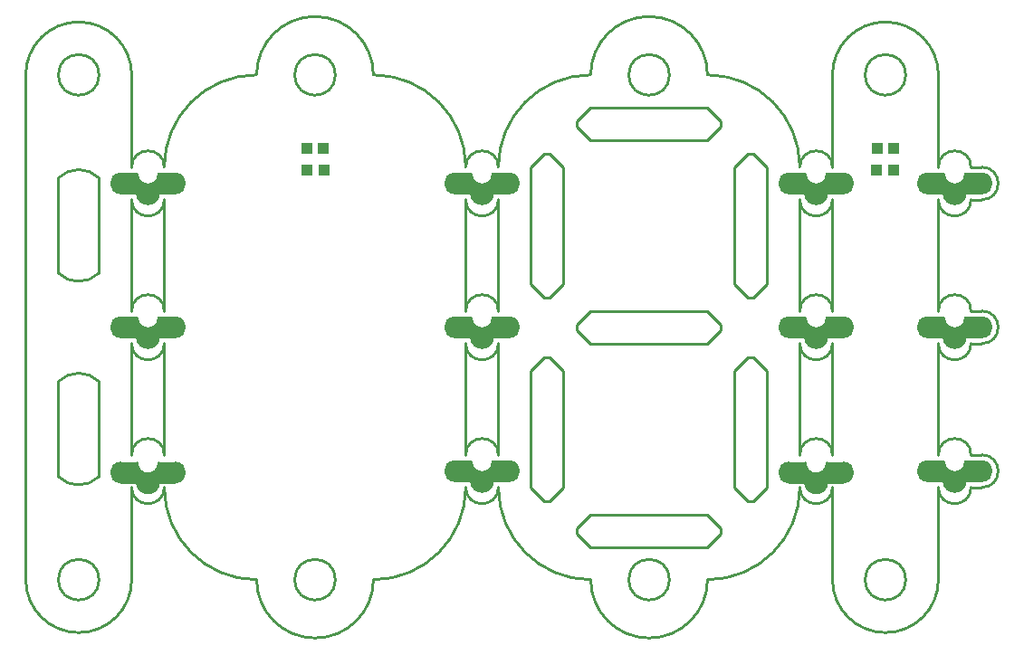
<source format=gbs>
G04*
G04 #@! TF.GenerationSoftware,Altium Limited,Altium Designer,20.2.6 (244)*
G04*
G04 Layer_Color=16711935*
%FSLAX25Y25*%
%MOIN*%
G70*
G04*
G04 #@! TF.SameCoordinates,EC59DE11-5F21-440E-92AE-D345A4C3AF16*
G04*
G04*
G04 #@! TF.FilePolarity,Negative*
G04*
G01*
G75*
%ADD10C,0.01000*%
%ADD17C,0.04800*%
%ADD27R,0.03950X0.03950*%
%ADD28R,0.03975X0.04202*%
G36*
X220000Y162000D02*
X220461D01*
X221351Y161761D01*
X222149Y161301D01*
X222801Y160649D01*
X223261Y159851D01*
X223500Y158961D01*
Y158039D01*
X223261Y157149D01*
X222801Y156351D01*
X222149Y155699D01*
X221351Y155238D01*
X220461Y155000D01*
X220000D01*
D01*
X214000D01*
Y154473D01*
X213727Y153456D01*
X213201Y152544D01*
X212456Y151799D01*
X211544Y151273D01*
X210527Y151000D01*
X209473D01*
X208456Y151273D01*
X207544Y151799D01*
X206799Y152544D01*
X206273Y153456D01*
X206000Y154473D01*
Y155000D01*
D01*
X200000D01*
X199539D01*
X198649Y155238D01*
X197851Y155699D01*
X197199Y156351D01*
X196739Y157149D01*
X196500Y158039D01*
Y158961D01*
X196739Y159851D01*
X197199Y160649D01*
X197851Y161301D01*
X198649Y161761D01*
X199539Y162000D01*
X200000D01*
D01*
X206000D01*
X206034Y161478D01*
X206305Y160469D01*
X206827Y159565D01*
X207565Y158827D01*
X208469Y158305D01*
X209478Y158034D01*
X210522D01*
X211531Y158305D01*
X212435Y158827D01*
X213173Y159565D01*
X213696Y160469D01*
X213966Y161478D01*
X214000Y162000D01*
D01*
X220000D01*
D02*
G37*
G36*
Y215500D02*
X220461D01*
X221351Y215262D01*
X222149Y214801D01*
X222801Y214149D01*
X223261Y213351D01*
X223500Y212461D01*
Y211539D01*
X223261Y210649D01*
X222801Y209851D01*
X222149Y209199D01*
X221351Y208738D01*
X220461Y208500D01*
X220000D01*
D01*
X214000D01*
Y207973D01*
X213727Y206956D01*
X213201Y206044D01*
X212456Y205299D01*
X211544Y204773D01*
X210527Y204500D01*
X209473D01*
X208456Y204773D01*
X207544Y205299D01*
X206799Y206044D01*
X206273Y206956D01*
X206000Y207973D01*
Y208500D01*
D01*
X200000D01*
X199539D01*
X198649Y208738D01*
X197851Y209199D01*
X197199Y209851D01*
X196739Y210649D01*
X196500Y211539D01*
Y212461D01*
X196739Y213351D01*
X197199Y214149D01*
X197851Y214801D01*
X198649Y215262D01*
X199539Y215500D01*
X200000D01*
D01*
X206000D01*
X206034Y214978D01*
X206305Y213969D01*
X206827Y213065D01*
X207565Y212327D01*
X208469Y211805D01*
X209478Y211534D01*
X210522D01*
X211531Y211805D01*
X212435Y212327D01*
X213173Y213065D01*
X213696Y213969D01*
X213966Y214978D01*
X214000Y215500D01*
D01*
X220000D01*
D02*
G37*
G36*
Y268500D02*
X220461D01*
X221351Y268262D01*
X222149Y267801D01*
X222801Y267149D01*
X223261Y266351D01*
X223500Y265461D01*
Y264539D01*
X223261Y263649D01*
X222801Y262851D01*
X222149Y262199D01*
X221351Y261738D01*
X220461Y261500D01*
X220000D01*
D01*
X214000D01*
Y260973D01*
X213727Y259956D01*
X213201Y259044D01*
X212456Y258299D01*
X211544Y257773D01*
X210527Y257500D01*
X209473D01*
X208456Y257773D01*
X207544Y258299D01*
X206799Y259044D01*
X206273Y259956D01*
X206000Y260973D01*
Y261500D01*
D01*
X200000D01*
X199539D01*
X198649Y261738D01*
X197851Y262199D01*
X197199Y262851D01*
X196739Y263649D01*
X196500Y264539D01*
Y265461D01*
X196739Y266351D01*
X197199Y267149D01*
X197851Y267801D01*
X198649Y268262D01*
X199539Y268500D01*
X200000D01*
D01*
X206000D01*
X206034Y267978D01*
X206305Y266969D01*
X206827Y266065D01*
X207565Y265327D01*
X208469Y264805D01*
X209478Y264534D01*
X210522D01*
X211531Y264805D01*
X212435Y265327D01*
X213173Y266065D01*
X213696Y266969D01*
X213966Y267978D01*
X214000Y268500D01*
D01*
X220000D01*
D02*
G37*
G36*
X343000Y162500D02*
X343461D01*
X344351Y162261D01*
X345149Y161801D01*
X345801Y161149D01*
X346262Y160351D01*
X346500Y159461D01*
Y158539D01*
X346262Y157649D01*
X345801Y156851D01*
X345149Y156199D01*
X344351Y155738D01*
X343461Y155500D01*
X343000D01*
D01*
X337000D01*
Y154973D01*
X336727Y153956D01*
X336201Y153044D01*
X335456Y152299D01*
X334544Y151773D01*
X333527Y151500D01*
X332473D01*
X331456Y151773D01*
X330544Y152299D01*
X329799Y153044D01*
X329273Y153956D01*
X329000Y154973D01*
Y155500D01*
D01*
X323000D01*
X322539D01*
X321649Y155738D01*
X320851Y156199D01*
X320199Y156851D01*
X319739Y157649D01*
X319500Y158539D01*
Y159461D01*
X319739Y160351D01*
X320199Y161149D01*
X320851Y161801D01*
X321649Y162261D01*
X322539Y162500D01*
X323000D01*
D01*
X329000D01*
X329034Y161978D01*
X329305Y160969D01*
X329827Y160065D01*
X330565Y159327D01*
X331469Y158805D01*
X332478Y158534D01*
X333522D01*
X334531Y158805D01*
X335435Y159327D01*
X336173Y160065D01*
X336696Y160969D01*
X336966Y161978D01*
X337000Y162500D01*
D01*
X343000D01*
D02*
G37*
G36*
Y215500D02*
X343461D01*
X344351Y215262D01*
X345149Y214801D01*
X345801Y214149D01*
X346262Y213351D01*
X346500Y212461D01*
Y211539D01*
X346262Y210649D01*
X345801Y209851D01*
X345149Y209199D01*
X344351Y208738D01*
X343461Y208500D01*
X343000D01*
D01*
X337000D01*
Y207973D01*
X336727Y206956D01*
X336201Y206044D01*
X335456Y205299D01*
X334544Y204773D01*
X333527Y204500D01*
X332473D01*
X331456Y204773D01*
X330544Y205299D01*
X329799Y206044D01*
X329273Y206956D01*
X329000Y207973D01*
Y208500D01*
D01*
X323000D01*
X322539D01*
X321649Y208738D01*
X320851Y209199D01*
X320199Y209851D01*
X319739Y210649D01*
X319500Y211539D01*
Y212461D01*
X319739Y213351D01*
X320199Y214149D01*
X320851Y214801D01*
X321649Y215262D01*
X322539Y215500D01*
X323000D01*
D01*
X329000D01*
X329034Y214978D01*
X329305Y213969D01*
X329827Y213065D01*
X330565Y212327D01*
X331469Y211805D01*
X332478Y211534D01*
X333522D01*
X334531Y211805D01*
X335435Y212327D01*
X336173Y213065D01*
X336696Y213969D01*
X336966Y214978D01*
X337000Y215500D01*
D01*
X343000D01*
D02*
G37*
G36*
Y268500D02*
X343461D01*
X344351Y268262D01*
X345149Y267801D01*
X345801Y267149D01*
X346262Y266351D01*
X346500Y265461D01*
Y264539D01*
X346262Y263649D01*
X345801Y262851D01*
X345149Y262199D01*
X344351Y261738D01*
X343461Y261500D01*
X343000D01*
D01*
X337000D01*
Y260973D01*
X336727Y259956D01*
X336201Y259044D01*
X335456Y258299D01*
X334544Y257773D01*
X333527Y257500D01*
X332473D01*
X331456Y257773D01*
X330544Y258299D01*
X329799Y259044D01*
X329273Y259956D01*
X329000Y260973D01*
Y261500D01*
D01*
X323000D01*
X322539D01*
X321649Y261738D01*
X320851Y262199D01*
X320199Y262851D01*
X319739Y263649D01*
X319500Y264539D01*
Y265461D01*
X319739Y266351D01*
X320199Y267149D01*
X320851Y267801D01*
X321649Y268262D01*
X322539Y268500D01*
X323000D01*
D01*
X329000D01*
X329034Y267978D01*
X329305Y266969D01*
X329827Y266065D01*
X330565Y265327D01*
X331469Y264805D01*
X332478Y264534D01*
X333522D01*
X334531Y264805D01*
X335435Y265327D01*
X336173Y266065D01*
X336696Y266969D01*
X336966Y267978D01*
X337000Y268500D01*
D01*
X343000D01*
D02*
G37*
G36*
X518351Y268262D02*
X519149Y267801D01*
X519801Y267149D01*
X520261Y266351D01*
X520500Y265461D01*
Y264539D01*
X520261Y263649D01*
X519801Y262851D01*
X519149Y262199D01*
X518351Y261738D01*
X517461Y261500D01*
X511000D01*
Y260973D01*
X510727Y259956D01*
X510201Y259044D01*
X509456Y258299D01*
X508544Y257773D01*
X507527Y257500D01*
X506473D01*
X505456Y257773D01*
X504544Y258299D01*
X503799Y259044D01*
X503273Y259956D01*
X503000Y260973D01*
Y261500D01*
X496539D01*
X495649Y261738D01*
X494851Y262199D01*
X494199Y262851D01*
X493739Y263649D01*
X493500Y264539D01*
Y265461D01*
X493739Y266351D01*
X494199Y267149D01*
X494851Y267801D01*
X495649Y268262D01*
X496539Y268500D01*
X503000D01*
X503034Y267978D01*
X503304Y266969D01*
X503827Y266065D01*
X504565Y265327D01*
X505469Y264805D01*
X506478Y264534D01*
X507522D01*
X508531Y264805D01*
X509435Y265327D01*
X510173Y266065D01*
X510696Y266969D01*
X510966Y267978D01*
X511000Y268500D01*
X517461D01*
X518351Y268262D01*
D02*
G37*
G36*
X467351D02*
X468149Y267801D01*
X468801Y267149D01*
X469262Y266351D01*
X469500Y265461D01*
Y264539D01*
X469262Y263649D01*
X468801Y262851D01*
X468149Y262199D01*
X467351Y261738D01*
X466461Y261500D01*
X460000D01*
Y260973D01*
X459727Y259956D01*
X459201Y259044D01*
X458456Y258299D01*
X457544Y257773D01*
X456527Y257500D01*
X455473D01*
X454456Y257773D01*
X453544Y258299D01*
X452799Y259044D01*
X452273Y259956D01*
X452000Y260973D01*
Y261500D01*
X445539D01*
X444649Y261738D01*
X443851Y262199D01*
X443199Y262851D01*
X442738Y263649D01*
X442500Y264539D01*
Y265461D01*
X442738Y266351D01*
X443199Y267149D01*
X443851Y267801D01*
X444649Y268262D01*
X445539Y268500D01*
X452000D01*
X452034Y267978D01*
X452305Y266969D01*
X452827Y266065D01*
X453565Y265327D01*
X454469Y264805D01*
X455478Y264534D01*
X456522D01*
X457531Y264805D01*
X458435Y265327D01*
X459173Y266065D01*
X459695Y266969D01*
X459966Y267978D01*
X460000Y268500D01*
X466461D01*
X467351Y268262D01*
D02*
G37*
G36*
X518351Y215262D02*
X519149Y214801D01*
X519801Y214149D01*
X520261Y213351D01*
X520500Y212461D01*
Y211539D01*
X520261Y210649D01*
X519801Y209851D01*
X519149Y209199D01*
X518351Y208738D01*
X517461Y208500D01*
X511000D01*
Y207973D01*
X510727Y206956D01*
X510201Y206044D01*
X509456Y205299D01*
X508544Y204773D01*
X507527Y204500D01*
X506473D01*
X505456Y204773D01*
X504544Y205299D01*
X503799Y206044D01*
X503273Y206956D01*
X503000Y207973D01*
Y208500D01*
X496539D01*
X495649Y208738D01*
X494851Y209199D01*
X494199Y209851D01*
X493739Y210649D01*
X493500Y211539D01*
Y212461D01*
X493739Y213351D01*
X494199Y214149D01*
X494851Y214801D01*
X495649Y215262D01*
X496539Y215500D01*
X503000D01*
X503034Y214978D01*
X503304Y213969D01*
X503827Y213065D01*
X504565Y212327D01*
X505469Y211805D01*
X506478Y211534D01*
X507522D01*
X508531Y211805D01*
X509435Y212327D01*
X510173Y213065D01*
X510696Y213969D01*
X510966Y214978D01*
X511000Y215500D01*
X517461D01*
X518351Y215262D01*
D02*
G37*
G36*
X467351D02*
X468149Y214801D01*
X468801Y214149D01*
X469262Y213351D01*
X469500Y212461D01*
Y211539D01*
X469262Y210649D01*
X468801Y209851D01*
X468149Y209199D01*
X467351Y208738D01*
X466461Y208500D01*
X460000D01*
Y207973D01*
X459727Y206956D01*
X459201Y206044D01*
X458456Y205299D01*
X457544Y204773D01*
X456527Y204500D01*
X455473D01*
X454456Y204773D01*
X453544Y205299D01*
X452799Y206044D01*
X452273Y206956D01*
X452000Y207973D01*
Y208500D01*
X445539D01*
X444649Y208738D01*
X443851Y209199D01*
X443199Y209851D01*
X442738Y210649D01*
X442500Y211539D01*
Y212461D01*
X442738Y213351D01*
X443199Y214149D01*
X443851Y214801D01*
X444649Y215262D01*
X445539Y215500D01*
X452000D01*
X452034Y214978D01*
X452305Y213969D01*
X452827Y213065D01*
X453565Y212327D01*
X454469Y211805D01*
X455478Y211534D01*
X456522D01*
X457531Y211805D01*
X458435Y212327D01*
X459173Y213065D01*
X459695Y213969D01*
X459966Y214978D01*
X460000Y215500D01*
X466461D01*
X467351Y215262D01*
D02*
G37*
G36*
X518351Y162261D02*
X519149Y161801D01*
X519801Y161149D01*
X520261Y160351D01*
X520500Y159461D01*
Y158539D01*
X520261Y157649D01*
X519801Y156851D01*
X519149Y156199D01*
X518351Y155738D01*
X517461Y155500D01*
X511000D01*
Y154973D01*
X510727Y153956D01*
X510201Y153044D01*
X509456Y152299D01*
X508544Y151773D01*
X507527Y151500D01*
X506473D01*
X505456Y151773D01*
X504544Y152299D01*
X503799Y153044D01*
X503273Y153956D01*
X503000Y154973D01*
Y155500D01*
X496539D01*
X495649Y155738D01*
X494851Y156199D01*
X494199Y156851D01*
X493739Y157649D01*
X493500Y158539D01*
Y159461D01*
X493739Y160351D01*
X494199Y161149D01*
X494851Y161801D01*
X495649Y162261D01*
X496539Y162500D01*
X503000D01*
X503034Y161978D01*
X503304Y160969D01*
X503827Y160065D01*
X504565Y159327D01*
X505469Y158805D01*
X506478Y158534D01*
X507522D01*
X508531Y158805D01*
X509435Y159327D01*
X510173Y160065D01*
X510696Y160969D01*
X510966Y161978D01*
X511000Y162500D01*
X517461D01*
X518351Y162261D01*
D02*
G37*
G36*
X467351Y161761D02*
X468149Y161301D01*
X468801Y160649D01*
X469262Y159851D01*
X469500Y158961D01*
Y158039D01*
X469262Y157149D01*
X468801Y156351D01*
X468149Y155699D01*
X467351Y155238D01*
X466461Y155000D01*
X460000D01*
Y154473D01*
X459727Y153456D01*
X459201Y152544D01*
X458456Y151799D01*
X457544Y151273D01*
X456527Y151000D01*
X455473D01*
X454456Y151273D01*
X453544Y151799D01*
X452799Y152544D01*
X452273Y153456D01*
X452000Y154473D01*
Y155000D01*
X445539D01*
X444649Y155238D01*
X443851Y155699D01*
X443199Y156351D01*
X442738Y157149D01*
X442500Y158039D01*
Y158961D01*
X442738Y159851D01*
X443199Y160649D01*
X443851Y161301D01*
X444649Y161761D01*
X445539Y162000D01*
X452000D01*
X452034Y161478D01*
X452305Y160469D01*
X452827Y159565D01*
X453565Y158827D01*
X454469Y158305D01*
X455478Y158034D01*
X456522D01*
X457531Y158305D01*
X458435Y158827D01*
X459173Y159565D01*
X459695Y160469D01*
X459966Y161478D01*
X460000Y162000D01*
X466461D01*
X467351Y161761D01*
D02*
G37*
D10*
X206000Y261500D02*
G03*
X214000Y261500I4000J0D01*
G01*
X200000Y268500D02*
G03*
X200000Y261500I0J-3500D01*
G01*
X220000D02*
G03*
X220000Y268500I0J3500D01*
G01*
X206000D02*
G03*
X214000Y268500I4000J0D01*
G01*
X206000Y215500D02*
G03*
X214000Y215500I4000J0D01*
G01*
X220000Y208500D02*
G03*
X220000Y215500I0J3500D01*
G01*
X200000D02*
G03*
X200000Y208500I0J-3500D01*
G01*
X206000D02*
G03*
X214000Y208500I4000J0D01*
G01*
X329000D02*
G03*
X337000Y208500I4000J0D01*
G01*
X323000Y215500D02*
G03*
X323000Y208500I0J-3500D01*
G01*
X343000D02*
G03*
X343000Y215500I0J3500D01*
G01*
X329000D02*
G03*
X337000Y215500I4000J0D01*
G01*
X206000Y162000D02*
G03*
X214000Y162000I4000J0D01*
G01*
X220000Y155000D02*
G03*
X220000Y162000I0J3500D01*
G01*
X200000D02*
G03*
X200000Y155000I0J-3500D01*
G01*
X206000D02*
G03*
X214000Y155000I4000J0D01*
G01*
X329000Y155500D02*
G03*
X337000Y155500I4000J0D01*
G01*
X323000Y162500D02*
G03*
X323000Y155500I0J-3500D01*
G01*
X343000D02*
G03*
X343000Y162500I0J3500D01*
G01*
X329000D02*
G03*
X337000Y162500I4000J0D01*
G01*
X452000Y268500D02*
G03*
X460000Y268500I4000J0D01*
G01*
X466000Y261500D02*
G03*
X466000Y268500I0J3500D01*
G01*
X446000D02*
G03*
X446000Y261500I0J-3500D01*
G01*
X452000D02*
G03*
X460000Y261500I4000J0D01*
G01*
X503000D02*
G03*
X511000Y261500I4000J0D01*
G01*
X497000Y268500D02*
G03*
X497000Y261500I0J-3500D01*
G01*
X517000D02*
G03*
X517000Y268500I0J3500D01*
G01*
X503000D02*
G03*
X511000Y268500I4000J0D01*
G01*
X452000Y215500D02*
G03*
X460000Y215500I4000J0D01*
G01*
X466000Y208500D02*
G03*
X466000Y215500I0J3500D01*
G01*
X446000D02*
G03*
X446000Y208500I0J-3500D01*
G01*
X452000D02*
G03*
X460000Y208500I4000J0D01*
G01*
X503000D02*
G03*
X511000Y208500I4000J0D01*
G01*
X497000Y215500D02*
G03*
X497000Y208500I0J-3500D01*
G01*
X517000D02*
G03*
X517000Y215500I0J3500D01*
G01*
X503000D02*
G03*
X511000Y215500I4000J0D01*
G01*
X452000Y162000D02*
G03*
X460000Y162000I4000J0D01*
G01*
X466000Y155000D02*
G03*
X466000Y162000I0J3500D01*
G01*
X446000D02*
G03*
X446000Y155000I0J-3500D01*
G01*
X452000D02*
G03*
X460000Y155000I4000J0D01*
G01*
X503000Y155500D02*
G03*
X511000Y155500I4000J0D01*
G01*
X497000Y162500D02*
G03*
X497000Y155500I0J-3500D01*
G01*
X517000D02*
G03*
X517000Y162500I0J3500D01*
G01*
X503000D02*
G03*
X511000Y162500I4000J0D01*
G01*
X329000Y268500D02*
G03*
X337000Y268500I4000J0D01*
G01*
X343000Y261500D02*
G03*
X343000Y268500I0J3500D01*
G01*
X323000D02*
G03*
X323000Y261500I0J-3500D01*
G01*
X329000D02*
G03*
X337000Y261500I4000J0D01*
G01*
X214000Y268500D02*
X216000D01*
X204000D02*
X206000D01*
X204000Y261500D02*
X206000D01*
X200000Y268500D02*
X204000D01*
X200000Y261500D02*
X204000D01*
X216000D02*
X220000D01*
X214000D02*
X216000D01*
Y268500D02*
X220000D01*
X216000Y215500D02*
X220000D01*
X214000Y208500D02*
X216000D01*
X220000D01*
X200000D02*
X204000D01*
X200000Y215500D02*
X204000D01*
Y208500D02*
X206000D01*
X204000Y215500D02*
X206000D01*
X214000D02*
X216000D01*
X337000D02*
X339000D01*
X327000D02*
X329000D01*
X327000Y208500D02*
X329000D01*
X323000Y215500D02*
X327000D01*
X323000Y208500D02*
X327000D01*
X339000D02*
X343000D01*
X337000D02*
X339000D01*
Y215500D02*
X343000D01*
X216000Y162000D02*
X220000D01*
X214000Y155000D02*
X216000D01*
X220000D01*
X200000D02*
X204000D01*
X200000Y162000D02*
X204000D01*
Y155000D02*
X206000D01*
X204000Y162000D02*
X206000D01*
X214000D02*
X216000D01*
X337000Y162500D02*
X339000D01*
X327000D02*
X329000D01*
X327000Y155500D02*
X329000D01*
X323000Y162500D02*
X327000D01*
X323000Y155500D02*
X327000D01*
X339000D02*
X343000D01*
X337000D02*
X339000D01*
Y162500D02*
X343000D01*
X462000Y268500D02*
X466000D01*
X460000Y261500D02*
X462000D01*
X466000D01*
X446000D02*
X450000D01*
X446000Y268500D02*
X450000D01*
Y261500D02*
X452000D01*
X450000Y268500D02*
X452000D01*
X460000D02*
X462000D01*
X511000D02*
X513000D01*
X501000D02*
X503000D01*
X501000Y261500D02*
X503000D01*
X497000Y268500D02*
X501000D01*
X497000Y261500D02*
X501000D01*
X513000D02*
X517000D01*
X511000D02*
X513000D01*
Y268500D02*
X517000D01*
X462000Y215500D02*
X466000D01*
X460000Y208500D02*
X462000D01*
X466000D01*
X446000D02*
X450000D01*
X446000Y215500D02*
X450000D01*
Y208500D02*
X452000D01*
X450000Y215500D02*
X452000D01*
X460000D02*
X462000D01*
X511000D02*
X513000D01*
X501000D02*
X503000D01*
X501000Y208500D02*
X503000D01*
X497000Y215500D02*
X501000D01*
X497000Y208500D02*
X501000D01*
X513000D02*
X517000D01*
X511000D02*
X513000D01*
Y215500D02*
X517000D01*
X462000Y162000D02*
X466000D01*
X460000Y155000D02*
X462000D01*
X466000D01*
X446000D02*
X450000D01*
X446000Y162000D02*
X450000D01*
Y155000D02*
X452000D01*
X450000Y162000D02*
X452000D01*
X460000D02*
X462000D01*
X511000Y162500D02*
X513000D01*
X501000D02*
X503000D01*
X501000Y155500D02*
X503000D01*
X497000Y162500D02*
X501000D01*
X497000Y155500D02*
X501000D01*
X513000D02*
X517000D01*
X511000D02*
X513000D01*
Y162500D02*
X517000D01*
X339000Y268500D02*
X343000D01*
X337000Y261500D02*
X339000D01*
X343000D01*
X323000D02*
X327000D01*
X323000Y268500D02*
X327000D01*
Y261500D02*
X329000D01*
X327000Y268500D02*
X329000D01*
X337000D02*
X339000D01*
X501000Y259000D02*
G03*
X513000Y259000I6000J0D01*
G01*
Y271000D02*
G03*
X501000Y271000I-6000J0D01*
G01*
Y206000D02*
G03*
X513000Y206000I6000J0D01*
G01*
Y218000D02*
G03*
X501000Y218000I-6000J0D01*
G01*
X513000Y165000D02*
G03*
X501000Y165000I-6000J0D01*
G01*
Y153000D02*
G03*
X513000Y153000I6000J0D01*
G01*
X204000D02*
G03*
X216000Y153000I6000J0D01*
G01*
X327000Y259000D02*
G03*
X339000Y259000I6000J0D01*
G01*
X450000Y153000D02*
G03*
X462000Y153000I6000J0D01*
G01*
X450000Y206000D02*
G03*
X462000Y206000I6000J0D01*
G01*
Y218000D02*
G03*
X450000Y218000I-6000J0D01*
G01*
Y259000D02*
G03*
X462000Y259000I6000J0D01*
G01*
X327000Y206000D02*
G03*
X339000Y206000I6000J0D01*
G01*
Y218000D02*
G03*
X327000Y218000I-6000J0D01*
G01*
Y153000D02*
G03*
X339000Y153000I6000J0D01*
G01*
X216000Y165000D02*
G03*
X204000Y165000I-6000J0D01*
G01*
Y206000D02*
G03*
X216000Y206000I6000J0D01*
G01*
Y218000D02*
G03*
X204000Y218000I-6000J0D01*
G01*
Y259000D02*
G03*
X216000Y259000I6000J0D01*
G01*
X462000Y271000D02*
G03*
X450000Y271000I-6000J0D01*
G01*
X462000Y165000D02*
G03*
X450000Y165000I-6000J0D01*
G01*
X339000Y271000D02*
G03*
X327000Y271000I-6000J0D01*
G01*
X339000Y165000D02*
G03*
X327000Y165000I-6000J0D01*
G01*
X216000Y271000D02*
G03*
X204000Y271000I-6000J0D01*
G01*
X517000Y153000D02*
G03*
X517000Y165000I0J6000D01*
G01*
Y206000D02*
G03*
X517000Y218000I0J6000D01*
G01*
Y259000D02*
G03*
X517000Y271000I0J6000D01*
G01*
X250000Y305000D02*
G03*
X216000Y271000I0J-34000D01*
G01*
X293000Y119000D02*
G03*
X327000Y153000I0J34000D01*
G01*
X216000D02*
G03*
X250000Y119000I34000J0D01*
G01*
X327000Y271000D02*
G03*
X293000Y305000I-34000J0D01*
G01*
D02*
G03*
X250000Y305000I-21500J0D01*
G01*
X279000D02*
G03*
X279000Y305000I-7500J0D01*
G01*
Y119000D02*
G03*
X279000Y119000I-7500J0D01*
G01*
X250000D02*
G03*
X293000Y119000I21500J0D01*
G01*
X165000Y119000D02*
G03*
X204000Y119000I19500J0D01*
G01*
X192000D02*
G03*
X192000Y119000I-7500J0D01*
G01*
Y305000D02*
G03*
X192000Y305000I-7500J0D01*
G01*
X204000D02*
G03*
X165000Y305000I-19500J0D01*
G01*
X192000Y267000D02*
G03*
X177000Y267000I-7500J-7500D01*
G01*
Y157000D02*
G03*
X192000Y157000I7500J7500D01*
G01*
X177000Y232000D02*
G03*
X192000Y232000I7500J7500D01*
G01*
Y192000D02*
G03*
X177000Y192000I-7500J-7500D01*
G01*
X416000Y119000D02*
G03*
X450000Y153000I0J34000D01*
G01*
X339000D02*
G03*
X373000Y119000I34000J0D01*
G01*
Y305000D02*
G03*
X339000Y271000I0J-34000D01*
G01*
X450000D02*
G03*
X416000Y305000I-34000J0D01*
G01*
D02*
G03*
X373000Y305000I-21500J0D01*
G01*
X402000D02*
G03*
X402000Y305000I-7500J0D01*
G01*
Y119000D02*
G03*
X402000Y119000I-7500J0D01*
G01*
X373000D02*
G03*
X416000Y119000I21500J0D01*
G01*
X501000Y305000D02*
G03*
X462000Y305000I-19500J0D01*
G01*
X489000D02*
G03*
X489000Y305000I-7500J0D01*
G01*
Y119000D02*
G03*
X489000Y119000I-7500J0D01*
G01*
X462000D02*
G03*
X501000Y119000I19500J0D01*
G01*
X513000Y271000D02*
X517000D01*
X513000Y259000D02*
X517000D01*
X513000Y218000D02*
X517000D01*
X513000Y206000D02*
X517000D01*
X513000Y153000D02*
X517000D01*
X513000Y165000D02*
X517000D01*
X501000Y218000D02*
Y259000D01*
Y165000D02*
Y206000D01*
X216000Y218000D02*
Y259000D01*
X462000Y165000D02*
Y206000D01*
X450000Y165000D02*
Y206000D01*
Y218000D02*
Y259000D01*
X462000Y218000D02*
Y259000D01*
X339000Y165000D02*
Y206000D01*
X327000Y165000D02*
Y206000D01*
Y218000D02*
Y259000D01*
X339000Y218000D02*
Y259000D01*
X204000Y218000D02*
Y259000D01*
Y165000D02*
Y206000D01*
X165000Y153000D02*
Y271000D01*
X216000Y165000D02*
Y206000D01*
X204000Y119000D02*
Y153000D01*
X165000Y119000D02*
Y153000D01*
X204000Y271000D02*
Y305000D01*
X165000Y271000D02*
Y305000D01*
X192000Y157000D02*
Y192000D01*
X177000Y157000D02*
Y192000D01*
X192000Y232000D02*
Y267000D01*
X177000Y232000D02*
Y267000D01*
X356000Y201000D02*
X358000D01*
X368000Y136000D02*
Y138000D01*
Y286000D02*
Y288000D01*
X356000Y276000D02*
X358000D01*
X368000Y211000D02*
Y213000D01*
X431000Y201000D02*
X433000D01*
X431000Y276000D02*
X433000D01*
Y201000D02*
X438000Y196000D01*
X358000Y201000D02*
X363000Y196000D01*
X351000D02*
X356000Y201000D01*
X426000Y196000D02*
X431000Y201000D01*
Y148000D02*
X433000D01*
X356000D02*
X358000D01*
X433000D02*
X438000Y153000D01*
X363000D02*
Y196000D01*
X426000Y153000D02*
Y196000D01*
X438000Y153000D02*
Y196000D01*
X351000Y153000D02*
X356000Y148000D01*
X358000D02*
X363000Y153000D01*
X426000D02*
X431000Y148000D01*
X351000Y153000D02*
Y196000D01*
X431000Y223000D02*
X433000D01*
X356000D02*
X358000D01*
X433000D02*
X438000Y228000D01*
X351000D02*
X356000Y223000D01*
X358000D02*
X363000Y228000D01*
X426000D02*
X431000Y223000D01*
X433000Y276000D02*
X438000Y271000D01*
X363000Y228000D02*
Y271000D01*
X426000Y228000D02*
Y271000D01*
X438000Y228000D02*
Y271000D01*
X358000Y276000D02*
X363000Y271000D01*
X351000D02*
X356000Y276000D01*
X426000Y271000D02*
X431000Y276000D01*
X351000Y228000D02*
Y271000D01*
X373000Y143000D02*
X416000D01*
X373000Y131000D02*
X416000D01*
X421000Y136000D01*
X416000Y143000D02*
X421000Y138000D01*
Y136000D02*
Y138000D01*
X368000Y136000D02*
X373000Y131000D01*
X368000Y138000D02*
X373000Y143000D01*
Y218000D02*
X416000D01*
X373000Y206000D02*
X416000D01*
X421000Y211000D01*
X416000Y218000D02*
X421000Y213000D01*
Y211000D02*
Y213000D01*
X368000Y211000D02*
X373000Y206000D01*
X368000Y213000D02*
X373000Y218000D01*
Y293000D02*
X416000D01*
X373000Y281000D02*
X416000D01*
X421000Y286000D01*
X416000Y293000D02*
X421000Y288000D01*
Y286000D02*
Y288000D01*
X368000Y286000D02*
X373000Y281000D01*
X368000Y288000D02*
X373000Y293000D01*
X462000Y271000D02*
Y305000D01*
X501000Y271000D02*
Y305000D01*
X462000Y119000D02*
Y153000D01*
X501000Y119000D02*
Y153000D01*
D17*
X210000Y261000D02*
D03*
X220000Y265000D02*
D03*
X200000D02*
D03*
Y212000D02*
D03*
X220000D02*
D03*
X210000Y208000D02*
D03*
X333000D02*
D03*
X343000Y212000D02*
D03*
X323000D02*
D03*
X200000Y158500D02*
D03*
X220000D02*
D03*
X210000Y154500D02*
D03*
X333000Y155000D02*
D03*
X343000Y159000D02*
D03*
X323000D02*
D03*
X446000Y265000D02*
D03*
X466000D02*
D03*
X456000Y261000D02*
D03*
X507000D02*
D03*
X517000Y265000D02*
D03*
X497000D02*
D03*
X446000Y212000D02*
D03*
X466000D02*
D03*
X456000Y208000D02*
D03*
X507000D02*
D03*
X517000Y212000D02*
D03*
X497000D02*
D03*
X446000Y158500D02*
D03*
X466000D02*
D03*
X456000Y154500D02*
D03*
X507000Y155000D02*
D03*
X517000Y159000D02*
D03*
X497000D02*
D03*
X323000Y265000D02*
D03*
X343000D02*
D03*
X333000Y261000D02*
D03*
D27*
X478352Y270014D02*
D03*
X484648Y269986D02*
D03*
X268548Y270014D02*
D03*
X274843Y269986D02*
D03*
D28*
X484466Y278000D02*
D03*
X478535D02*
D03*
X274465D02*
D03*
X268534D02*
D03*
M02*

</source>
